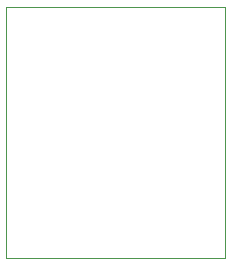
<source format=gbr>
%TF.GenerationSoftware,KiCad,Pcbnew,(6.0.0)*%
%TF.CreationDate,2022-08-09T11:57:35-04:00*%
%TF.ProjectId,attiny412led_test,61747469-6e79-4343-9132-6c65645f7465,rev?*%
%TF.SameCoordinates,Original*%
%TF.FileFunction,Profile,NP*%
%FSLAX46Y46*%
G04 Gerber Fmt 4.6, Leading zero omitted, Abs format (unit mm)*
G04 Created by KiCad (PCBNEW (6.0.0)) date 2022-08-09 11:57:35*
%MOMM*%
%LPD*%
G01*
G04 APERTURE LIST*
%TA.AperFunction,Profile*%
%ADD10C,0.100000*%
%TD*%
G04 APERTURE END LIST*
D10*
X125500000Y-92750000D02*
X107000000Y-92750000D01*
X107000000Y-92750000D02*
X107000000Y-71500000D01*
X107000000Y-71500000D02*
X125500000Y-71500000D01*
X125500000Y-71500000D02*
X125500000Y-92750000D01*
M02*

</source>
